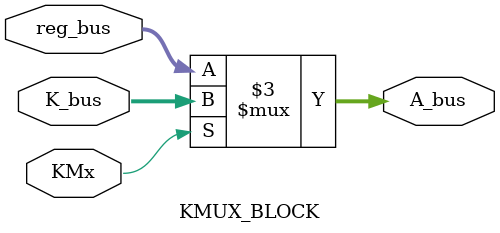
<source format=v>

module KMUX_BLOCK(
    input KMx,
    input [15:0]reg_bus,
    input [15:0]K_bus,
    output reg [15:0]A_bus
);

always @(KMx or reg_bus or K_bus) begin
    if(KMx)
        A_bus <= K_bus;
    else
        A_bus <= reg_bus;
end
endmodule

</source>
